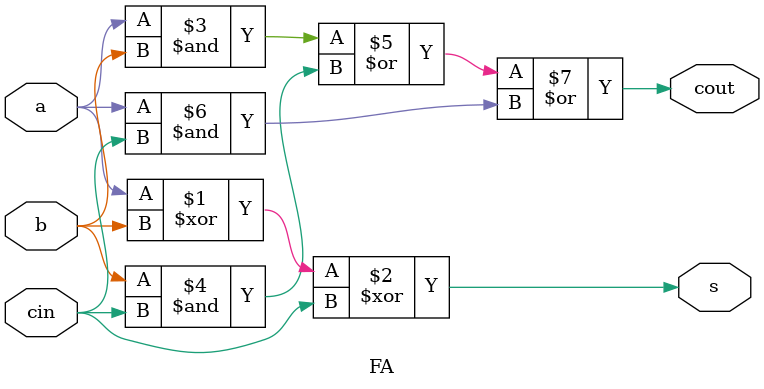
<source format=v>
module FA(a, b, cin, s, cout);
    input a, b, cin;
    output s, cout;

    // S
    assign s = a ^ b ^ cin;
    // Cout
    assign cout = (a & b) | (b & cin) | (a & cin);
    
endmodule
</source>
